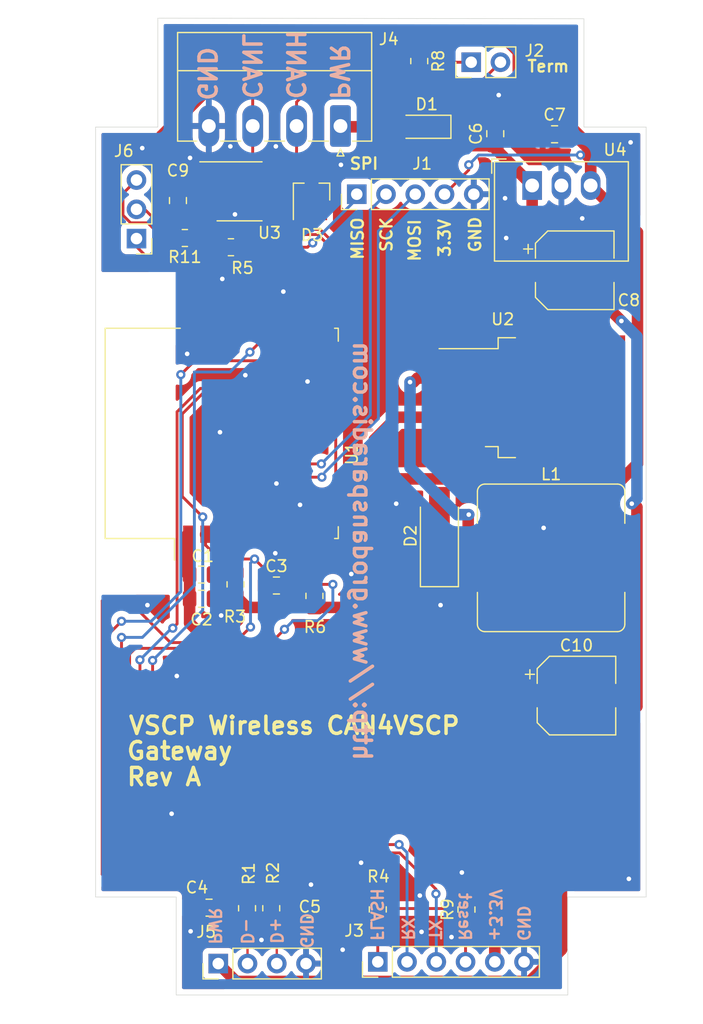
<source format=kicad_pcb>
(kicad_pcb (version 20211014) (generator pcbnew)
  (layers (0 "F.Cu" signal) (31 "B.Cu" signal) (34 "B.Paste" user) (35 "F.Paste" user) (36 "B.SilkS" user "B.Silkscreen") (37 "F.SilkS" user "F.Silkscreen") (38 "B.Mask" user) (39 "F.Mask" user) (44 "Edge.Cuts" user))
  (net 0 "")
  (net 1 "+3V3")
  (net 2 "GND")
  (net 3 "/reset")
  (net 4 "/USB D-")
  (net 5 "/USB D+")
  (net 6 "/ledb")
  (net 7 "/leda")
  (net 8 "Net-(J2-Pad1)")
  (net 9 "Net-(R1-Pad1)")
  (net 10 "Net-(R2-Pad1)")
  (net 11 "/txcan")
  (net 12 "/rxcan")
  (net 13 "/SCK")
  (net 14 "/MOSI")
  (net 15 "/MISO")
  (net 18 "+28V")
  (net 19 "/flash")
  (net 20 "/rx")
  (net 21 "/tx")
  (net 22 "Net-(J3-Pad4)")
  (net 23 "Net-(J4-Pad1)")
  (net 24 "Net-(L1-Pad1)")
  (net 25 "Net-(D3-Pad1)")
  (net 26 "Net-(D3-Pad2)")
  (net 27 "Net-(R11-Pad2)")
  (net 28 "Net-(J3-Pad1)")
  (net 29 "/io3")
  (net 30 "/io4")
  (net 31 "/io5")
  (footprint "Package_TO_SOT_SMD:SOT-23_Handsoldering" (layer "F.Cu") (at 138.45 81.05 90)
    (fp_text reference "D3")
    (fp_text value "NUP2105L" hide)
  )
  (footprint "Converter_DCDC:Converter_DCDC_RECOM_R-78B-2.0_THT" (layer "F.Cu") (at 157.6025 80.4925)
    (fp_text reference "U4")
    (fp_text value "R-78B3.3-1.0 (Recom)" hide)
  )
  (footprint "Resistor_SMD:R_0805_2012Metric" (layer "F.Cu") (at 127.45 85.05 180)
    (fp_text reference "R11")
    (fp_text value "470" hide)
  )
  (footprint "Capacitor_SMD:CP_Elec_6.3x9.9" (layer "F.Cu") (at 161.45 124.75)
    (fp_text reference "C10")
    (fp_text value "330uF/16V" hide)
  )
  (footprint "Resistor_SMD:R_0805_2012Metric_Pad1.20x1.40mm_HandSolder" (layer "F.Cu") (at 151.9 143.3125 90)
    (fp_text reference "R9")
    (fp_text value "470")
  )
  (footprint "Capacitor_SMD:CP_Elec_6.3x9.9" (layer "F.Cu") (at 161.3 87.85)
    (fp_text reference "C8")
    (fp_text value "100uF/50V" hide)
  )
  (footprint "Connector_PinHeader_2.54mm:PinHeader_1x03_P2.54mm_Vertical" (layer "F.Cu") (at 123.25 85.1 180)
    (fp_text reference "J6")
    (fp_text value "Conn_01x03" hide)
  )
  (footprint "Capacitor_SMD:C_0805_2012Metric_Pad1.18x1.45mm_HandSolder" (layer "F.Cu") (at 138.3 144.75)
    (fp_text reference "C5")
    (fp_text value "0.1uF" hide)
  )
  (footprint "Capacitor_SMD:C_0805_2012Metric_Pad1.18x1.45mm_HandSolder" (layer "F.Cu") (at 128.9 116.35)
    (fp_text reference "C2")
    (fp_text value "10uF" hide)
  )
  (footprint "Package_TO_SOT_SMD:TO-263-5_TabPin3" (layer "F.Cu") (at 157.6 98.9)
    (fp_text reference "U2")
    (fp_text value "LM2575-3.3BT" hide)
  )
  (footprint "Capacitor_SMD:C_0805_2012Metric_Pad1.18x1.45mm_HandSolder" (layer "F.Cu") (at 154.4 76 90)
    (fp_text reference "C6")
    (fp_text value "10uF" hide)
  )
  (footprint "Resistor_SMD:R_0805_2012Metric_Pad1.20x1.40mm_HandSolder" (layer "F.Cu") (at 132.85 143.2 -90)
    (fp_text reference "R1")
    (fp_text value "27R" hide)
  )
  (footprint "Capacitor_SMD:C_0805_2012Metric_Pad1.18x1.45mm_HandSolder" (layer "F.Cu") (at 135.4 115.2)
    (fp_text reference "C3")
    (fp_text value "1uF" hide)
  )
  (footprint "Connector_PinHeader_2.54mm:PinHeader_1x02_P2.54mm_Vertical" (layer "F.Cu") (at 152.31 69.8 90)
    (fp_text reference "J2")
    (fp_text value "Conn_01x02" hide)
  )
  (footprint "Resistor_SMD:R_0805_2012Metric_Pad1.20x1.40mm_HandSolder" (layer "F.Cu") (at 131.85 115.1 90)
    (fp_text reference "R3")
    (fp_text value "10K" hide)
  )
  (footprint "Connector_PinHeader_2.54mm:PinHeader_1x06_P2.54mm_Vertical" (layer "F.Cu") (at 144.2 147.85 90)
    (fp_text reference "J3")
    (fp_text value "Conn_01x06" hide)
  )
  (footprint "Capacitor_SMD:C_0805_2012Metric_Pad1.18x1.45mm_HandSolder" (layer "F.Cu") (at 159.55 76.05 180)
    (fp_text reference "C7")
    (fp_text value "1uF" hide)
  )
  (footprint "RF_Module:ESP-WROOM-02" (layer "F.Cu") (at 133.75 102 90)
    (fp_text reference "U1")
    (fp_text value "ESP32-C3-WROOM-02-N4" hide)
  )
  (footprint "Capacitor_SMD:C_0805_2012Metric_Pad1.18x1.45mm_HandSolder" (layer "F.Cu") (at 128.9 114.25)
    (fp_text reference "C1")
    (fp_text value "0.1uF" hide)
  )
  (footprint "Resistor_SMD:R_0805_2012Metric_Pad1.20x1.40mm_HandSolder" (layer "F.Cu") (at 131.45 85.85)
    (fp_text reference "R5")
    (fp_text value "10K" hide)
  )
  (footprint "Resistor_SMD:R_0805_2012Metric_Pad1.20x1.40mm_HandSolder" (layer "F.Cu") (at 144.2 143.3 90)
    (fp_text reference "R4")
    (fp_text value "470" hide)
  )
  (footprint "Package_SO:SOIC-8_3.9x4.9mm_P1.27mm" (layer "F.Cu") (at 132.2 81)
    (fp_text reference "U3")
    (fp_text value "SN65HVD232" hide)
  )
  (footprint "Diode_SMD:D_SMA_Handsoldering" (layer "F.Cu") (at 149.55 110.9 90)
    (fp_text reference "D2")
    (fp_text value "1N5822" hide)
  )
  (footprint "Connector_PinHeader_2.54mm:PinHeader_1x04_P2.54mm_Vertical" (layer "F.Cu") (at 130.35 148 90)
    (fp_text reference "J5")
    (fp_text value "Conn_01x04" hide)
  )
  (footprint "Resistor_SMD:R_0805_2012Metric_Pad1.20x1.40mm_HandSolder" (layer "F.Cu") (at 147.8 69.7 -90)
    (fp_text reference "R8")
    (fp_text value "120R" hide)
  )
  (footprint "Inductor_SMD:L_Bourns_SRR1260" (layer "F.Cu") (at 159.25 112.8)
    (fp_text reference "L1")
    (fp_text value "SRR1240-331K" hide)
  )
  (footprint "Connector_Phoenix_MC:PhoenixContact_MC_1,5_4-G-3.81_1x04_P3.81mm_Horizontal" (layer "F.Cu") (at 140.96 75.3325 180)
    (fp_text reference "J4")
    (fp_text value "Conn_01x04" hide)
  )
  (footprint "Connector_PinHeader_2.54mm:PinHeader_1x05_P2.54mm_Vertical" (layer "F.Cu") (at 142.375 81.25 90)
    (fp_text reference "J1")
    (fp_text value "Conn_01x05" hide)
  )
  (footprint "Resistor_SMD:R_0805_2012Metric_Pad1.20x1.40mm_HandSolder" (layer "F.Cu") (at 138.7 116.1 90)
    (fp_text reference "R6")
    (fp_text value "10K" hide)
  )
  (footprint "Capacitor_SMD:C_0805_2012Metric_Pad1.18x1.45mm_HandSolder" (layer "F.Cu") (at 126.85 81.8 90)
    (fp_text reference "C9")
    (fp_text value "100nF" hide)
  )
  (footprint "Resistor_SMD:R_0805_2012Metric_Pad1.20x1.40mm_HandSolder" (layer "F.Cu") (at 134.95 143.2 -90)
    (fp_text reference "R2")
    (fp_text value "27R" hide)
  )
  (footprint "Capacitor_SMD:C_0805_2012Metric_Pad1.18x1.45mm_HandSolder" (layer "F.Cu") (at 129.55 143.15 180)
    (fp_text reference "C4")
    (fp_text value "0.1uF" hide)
  )
  (footprint "Diode_SMD:D_SOD-123" (layer "F.Cu") (at 148.3 75.4 180)
    (fp_text reference "D1")
    (fp_text value "1N5819" hide)
  )
  (gr_line (start 125.1 75.425) (end 125.1 65.975) (layer "Edge.Cuts") (width 0.05))
  (gr_line (start 160.7 142.225) (end 160.7 150.725) (layer "Edge.Cuts") (width 0.05))
  (gr_line (start 167.5 75.425) (end 167.5 142.225) (layer "Edge.Cuts") (width 0.05))
  (gr_line (start 125.1 65.975) (end 162.1 66.025) (layer "Edge.Cuts") (width 0.05))
  (gr_line (start 167.5 142.225) (end 160.7 142.225) (layer "Edge.Cuts") (width 0.05))
  (gr_line (start 119.7 75.425) (end 119.7 142.225) (layer "Edge.Cuts") (width 0.05))
  (gr_line (start 125.1 75.425) (end 119.7 75.425) (layer "Edge.Cuts") (width 0.05))
  (gr_line (start 126.7 142.225) (end 126.7 150.725) (layer "Edge.Cuts") (width 0.05))
  (gr_line (start 160.7 150.725) (end 126.7 150.725) (layer "Edge.Cuts") (width 0.05))
  (gr_line (start 119.7 142.225) (end 126.7 142.225) (layer "Edge.Cuts") (width 0.05))
  (gr_line (start 162.1 75.425) (end 162.1 66.025) (layer "Edge.Cuts") (width 0.05))
  (gr_line (start 162.1 75.425) (end 167.5 75.425) (layer "Edge.Cuts") (width 0.05))
  (gr_text "PWR" (at 140.85 70.65 270) (layer "B.SilkS") (effects (font (size 1.5 1.5) (thickness 0.3)) (justify mirror)))
  (gr_text "CANL" (at 133.25 70.15 270) (layer "B.SilkS") (effects (font (size 1.5 1.5) (thickness 0.3)) (justify mirror)))
  (gr_text "FLASH" (at 144.1 143.75 270) (layer "B.SilkS") (effects (font (size 1 1) (thickness 0.2)) (justify mirror)))
  (gr_text "D+" (at 135.4 145.15 270) (layer "B.SilkS") (effects (font (size 1 1) (thickness 0.2)) (justify mirror)))
  (gr_text "GND" (at 138 145.15 270) (layer "B.SilkS") (effects (font (size 1 1) (thickness 0.2)) (justify mirror)))
  (gr_text "+3.3V" (at 154.4 143.8 270) (layer "B.SilkS") (effects (font (size 1 1) (thickness 0.2)) (justify mirror)))
  (gr_text "TX" (at 149.15 145.05 270) (layer "B.SilkS") (effects (font (size 1 1) (thickness 0.2)) (justify mirror)))
  (gr_text "GND" (at 129.35 70.8 270) (layer "B.SilkS") (effects (font (size 1.5 1.5) (thickness 0.3)) (justify mirror)))
  (gr_text "Reset" (at 151.75 143.95 270) (layer "B.SilkS") (effects (font (size 1 1) (thickness 0.2)) (justify mirror)))
  (gr_text "http://www.grodansparadis.com" (at 142.85 112.2 270) (layer "B.SilkS") (effects (font (size 1.5 1.5) (thickness 0.3)) (justify mirror)))
  (gr_text "CANH" (at 137.05 70 270) (layer "B.SilkS") (effects (font (size 1.5 1.5) (thickness 0.3)) (justify mirror)))
  (gr_text "GND" (at 156.85 144.5 270) (layer "B.SilkS") (effects (font (size 1 1) (thickness 0.2)) (justify mirror)))
  (gr_text "PWR" (at 130.05 144.75 270) (layer "B.SilkS") (effects (font (size 1 1) (thickness 0.2)) (justify mirror)))
  (gr_text "D-" (at 132.85 145.2 270) (layer "B.SilkS") (effects (font (size 1 1) (thickness 0.2)) (justify mirror)))
  (gr_text "RX" (at 146.8 145 270) (layer "B.SilkS") (effects (font (size 1 1) (thickness 0.2)) (justify mirror)))
  (gr_text "Gateway" (at 127 129.55) (layer "F.SilkS") (effects (font (size 1.5 1.5) (thickness 0.3))))
  (gr_text "MISO" (at 142.45 85.1 90) (layer "F.SilkS") (effects (font (size 1 1) (thickness 0.2))))
  (gr_text "GND" (at 152.65 84.75 90) (layer "F.SilkS") (effects (font (size 1 1) (thickness 0.2))))
  (gr_text "SCK" (at 144.95 84.75 90) (layer "F.SilkS") (effects (font (size 1 1) (thickness 0.2))))
  (gr_text "SPI" (at 143 78.6) (layer "F.SilkS") (effects (font (size 1 1) (thickness 0.2))))
  (gr_text "3.3V" (at 150 85.05 90) (layer "F.SilkS") (effects (font (size 1 1) (thickness 0.2))))
  (gr_text "VSCP Wireless CAN4VSCP" (at 136.95 127.35) (layer "F.SilkS") (effects (font (size 1.5 1.5) (thickness 0.3))))
  (gr_text "Rev A" (at 125.65 131.8) (layer "F.SilkS") (effects (font (size 1.5 1.5) (thickness 0.3))))
  (gr_text "Term" (at 159 70.15) (layer "F.SilkS") (effects (font (size 1 1) (thickness 0.2))))
  (gr_text "MOSI" (at 147.4 85.25 90) (layer "F.SilkS") (effects (font (size 1 1) (thickness 0.2))))
  (segment (start 127.8625 114.25) (end 127.8625 116.35) (width 1) (layer "F.Cu") (net 1))
  (segment (start 134.19952 67.40048) (end 125.42548 76.17452) (width 1) (layer "F.Cu") (net 1))
  (segment (start 151.825 100.6) (end 145.85 100.6) (width 1) (layer "F.Cu") (net 1))
  (segment (start 166.75 84.56) (end 166.75 104.624022) (width 1) (layer "F.Cu") (net 1))
  (segment (start 162.6825 77.1325) (end 156.399511 70.849511) (width 1) (layer "F.Cu") (net 1))
  (segment (start 127.6625 114.2) (end 127.6625 110.8375) (width 1) (layer "F.Cu") (net 1))
  (segment (start 127.6625 110.8375) (end 127.75 110.75) (width 1) (layer "F.Cu") (net 1))
  (segment (start 162.6825 77.4825) (end 162.6825 80.4925) (width 1) (layer "F.Cu") (net 1))
  (segment (start 127.75 110.75) (end 127.7 110.75) (width 1) (layer "F.Cu") (net 1))
  (segment (start 158.65 124.75) (end 154.36 129.04) (width 1) (layer "F.Cu") (net 1))
  (segment (start 128.0525 81.635) (end 129.725 81.635) (width 0.25) (layer "F.Cu") (net 1))
  (segment (start 145.85 100.6) (end 143.899511 102.550489) (width 1) (layer "F.Cu") (net 1))
  (segment (start 156.399511 68.899511) (end 154.90048 67.40048) (width 1) (layer "F.Cu") (net 1))
  (segment (start 125.42548 76.17452) (end 125.42548 81.493304) (width 1) (layer "F.Cu") (net 1))
  (segment (start 154.90048 67.40048) (end 134.19952 67.40048) (width 1) (layer "F.Cu") (net 1))
  (segment (start 127.8625 116.35) (end 127.8625 118.4625) (width 1) (layer "F.Cu") (net 1))
  (segment (start 149.995 81.25) (end 152.1 79.145) (width 0.25) (layer "F.Cu") (net 1))
  (segment (start 162.6825 80.4925) (end 162.6825 77.1325) (width 1) (layer "F.Cu") (net 1))
  (segment (start 156.399511 70.849511) (end 156.399511 68.899511) (width 1) (layer "F.Cu") (net 1))
  (segment (start 126.85 82.8375) (end 126.85 83.625) (width 0.25) (layer "F.Cu") (net 1))
  (segment (start 132.05 118.2) (end 131.2 119.05) (width 1) (layer "F.Cu") (net 1))
  (segment (start 161.25 76.05) (end 162.6825 77.4825) (width 1) (layer "F.Cu") (net 1))
  (segment (start 165.423533 105.950489) (end 143.899511 105.950489) (width 1) (layer "F.Cu") (net 1))
  (segment (start 129.8 85.2) (end 130.45 85.85) (width 0.25) (layer "F.Cu") (net 1))
  (segment (start 164.1 112.8) (end 158.65 118.25) (width 1) (layer "F.Cu") (net 1))
  (segment (start 126.769676 82.8375) (end 126.85 82.8375) (width 1) (layer "F.Cu") (net 1))
  (segment (start 131.85 117.55) (end 132.05 117.75) (width 1) (layer "F.Cu") (net 1))
  (segment (start 166.75 104.624022) (end 165.423533 105.950489) (width 1) (layer "F.Cu") (net 1))
  (segment (start 126.85 82.8375) (end 128.0525 81.635) (width 0.25) (layer "F.Cu") (net 1))
  (segment (start 132.05 117.75) (end 132.05 118.2) (width 1) (layer "F.Cu") (net 1))
  (segment (start 126.85 83.625) (end 128.425 85.2) (width 0.25) (layer "F.Cu") (net 1))
  (segment (start 138.7 117.1) (end 142.05 117.1) (width 1) (layer "F.Cu") (net 1))
  (segment (start 128.45 119.05) (end 127.8625 118.4625) (width 1) (layer "F.Cu") (net 1))
  (segment (start 154.36 129.04) (end 154.36 147.85) (width 1) (layer "F.Cu") (net 1))
  (segment (start 142.05 117.1) (end 143.899511 115.250489) (width 1) (layer "F.Cu") (net 1))
  (segment (start 152.1 79.145) (end 152.1 78.7) (width 0.25) (layer "F.Cu") (net 1))
  (segment (start 158.65 118.25) (end 158.65 124.75) (width 1) (layer "F.Cu") (net 1))
  (segment (start 132.85 117.1) (end 131.85 116.1) (width 1) (layer "F.Cu") (net 1))
  (segment (start 131.85 116.1) (end 131.85 117.55) (width 1) (layer "F.Cu") (net 1))
  (segment (start 162.6825 78.7325) (end 162.6825 80.4925) (width 0.25) (layer "F.Cu") (net 1))
  (segment (start 138.7 117.1) (end 132.85 117.1) (width 1) (layer "F.Cu") (net 1))
  (segment (start 162.6825 80.4925) (end 166.75 84.56) (width 1) (layer "F.Cu") (net 1))
  (segment (start 143.899511 102.550489) (end 143.899511 105.950489) (width 1) (layer "F.Cu") (net 1))
  (segment (start 164.1 112.8) (end 164.1 107.274022) (width 1) (layer "F.Cu") (net 1))
  (segment (start 143.899511 115.250489) (end 143.899511 105.950489) (width 1) (layer "F.Cu") (net 1))
  (segment (start 128.425 85.2) (end 129.8 85.2) (width 0.25) (layer "F.Cu") (net 1))
  (segment (start 125.42548 81.493304) (end 126.769676 82.8375) (width 1) (layer "F.Cu") (net 1))
  (segment (start 164.1 107.274022) (end 165.423533 105.950489) (width 1) (layer "F.Cu") (net 1))
  (segment (start 131.2 119.05) (end 128.45 119.05) (width 1) (layer "F.Cu") (net 1))
  (segment (start 160.5875 76.05) (end 161.25 76.05) (width 1) (layer "F.Cu") (net 1))
  (segment (start 161.8 77.85) (end 162.6825 78.7325) (width 0.25) (layer "F.Cu") (net 1))
  (via (at 161.8 77.85) (size 0.8) (drill 0.4) (layers "F.Cu" "B.Cu") (net 1))
  (via (at 152.1 78.7) (size 0.8) (drill 0.4) (layers "F.Cu" "B.Cu") (net 1))
  (segment (start 152.1 78.7) (end 152.95 77.85) (width 0.25) (layer "B.Cu") (net 1))
  (segment (start 152.95 77.85) (end 161.8 77.85) (width 0.25) (layer "B.Cu") (net 1))
  (segment (start 129.9375 117.1375) (end 130.6 117.8) (width 0.25) (layer "F.Cu") (net 2))
  (segment (start 129.9375 116.35) (end 129.9375 117.1375) (width 0.25) (layer "F.Cu") (net 2))
  (segment (start 129.3275 80.7625) (end 129.725 80.365) (width 0.25) (layer "F.Cu") (net 2))
  (segment (start 129.9375 116.35) (end 129.9375 114.25) (width 0.25) (layer "F.Cu") (net 2))
  (segment (start 126.85 80.7625) (end 129.3275 80.7625) (width 0.25) (layer "F.Cu") (net 2))
  (via (at 135.4 106.35) (size 0.8) (drill 0.4) (layers "F.Cu" "B.Cu") (net 2))
  (via (at 138.4 141.15) (size 0.8) (drill 0.4) (layers "F.Cu" "B.Cu") (net 2))
  (via (at 130.7 88.6) (size 0.8) (drill 0.4) (layers "F.Cu" "B.Cu") (net 2))
  (via (at 151.5 140.1) (size 0.8) (drill 0.4) (layers "F.Cu" "B.Cu") (net 2))
  (via (at 148 145.25) (size 0.8) (drill 0.4) (layers "F.Cu" "B.Cu") (net 2))
  (via (at 142.75 139.25) (size 0.8) (drill 0.4) (layers "F.Cu" "B.Cu") (net 2))
  (via (at 141.9 114.2) (size 0.8) (drill 0.4) (layers "F.Cu" "B.Cu") (net 2))
  (via (at 137.45 108.2) (size 0.8) (drill 0.4) (layers "F.Cu" "B.Cu") (net 2))
  (via (at 130.5 101.9) (size 0.8) (drill 0.4) (layers "F.Cu" "B.Cu") (net 2))
  (via (at 131.8 83) (size 0.8) (drill 0.4) (layers "F.Cu" "B.Cu") (net 2))
  (via (at 147.85 142.1) (size 0.8) (drill 0.4) (layers "F.Cu" "B.Cu") (net 2))
  (via (at 126.3 135) (size 0.8) (drill 0.4) (layers "F.Cu" "B.Cu") (net 2))
  (via (at 138.1 97.5) (size 0.8) (drill 0.4) (layers "F.Cu" "B.Cu") (net 2))
  (via (at 145.8 108.1) (size 0.8) (drill 0.4) (layers "F.Cu" "B.Cu") (net 2))
  (via (at 149.65 116.9) (size 0.8) (drill 0.4) (layers "F.Cu" "B.Cu") (net 2))
  (via (at 132.7 96.95) (size 0.8) (drill 0.4) (layers "F.Cu" "B.Cu") (net 2))
  (via (at 134.1 145.95) (size 0.8) (drill 0.4) (layers "F.Cu" "B.Cu") (net 2))
  (via (at 135.3 112.4) (size 0.8) (drill 0.4) (layers "F.Cu" "B.Cu") (net 2))
  (via (at 127.95 145.2) (size 0.8) (drill 0.4) (layers "F.Cu" "B.Cu") (net 2))
  (via (at 154.7 72.65) (size 0.8) (drill 0.4) (layers "F.Cu" "B.Cu") (net 2))
  (via (at 124.2 116.9) (size 0.8) (drill 0.4) (layers "F.Cu" "B.Cu") (net 2))
  (via (at 166.15 76.75) (size 0.8) (drill 0.4) (layers "F.Cu" "B.Cu") (net 2))
  (via (at 135.35 77.1) (size 0.8) (drill 0.4) (layers "F.Cu" "B.Cu") (net 2))
  (via (at 166 140.65) (size 0.8) (drill 0.4) (layers "F.Cu" "B.Cu") (net 2))
  (via (at 131.4 77.1) (size 0.8) (drill 0.4) (layers "F.Cu" "B.Cu") (net 2))
  (via (at 161.95 83.35) (size 0.8) (drill 0.4) (layers "F.Cu" "B.Cu") (net 2))
  (via (at 126.75 123.05) (size 0.8) (drill 0.4) (layers "F.Cu" "B.Cu") (net 2))
  (via (at 141 78.7) (size 0.8) (drill 0.4) (layers "F.Cu" "B.Cu") (net 2))
  (via (at 155.35 85.05) (size 0.8) (drill 0.4) (layers "F.Cu" "B.Cu") (net 2))
  (via (at 127.9 78.1) (size 0.8) (drill 0.4) (layers "F.Cu" "B.Cu") (net 2))
  (via (at 158.6 110.2) (size 0.8) (drill 0.4) (layers "F.Cu" "B.Cu") (net 2))
  (via (at 123.75 77.25) (size 0.8) (drill 0.4) (layers "F.Cu" "B.Cu") (net 2))
  (via (at 136 89.7) (size 0.8) (drill 0.4) (layers "F.Cu" "B.Cu") (net 2))
  (via (at 130.6 117.8) (size 0.8) (drill 0.4) (layers "F.Cu" "B.Cu") (net 2))
  (via (at 127.65 95.1) (size 0.8) (drill 0.4) (layers "F.Cu" "B.Cu") (net 2))
  (via (at 141.15 146.8) (size 0.8) (drill 0.4) (layers "F.Cu" "B.Cu") (net 2))
  (via (at 155.25 81.6) (size 0.8) (drill 0.4) (layers "F.Cu" "B.Cu") (net 2))
  (via (at 150.6 145.7) (size 0.8) (drill 0.4) (layers "F.Cu" "B.Cu") (net 2))
  (segment (start 129.25 111.7) (end 129.25 110.8) (width 0.25) (layer "F.Cu") (net 3))
  (segment (start 134.3625 113.7625) (end 134.3625 115.2) (width 0.25) (layer "F.Cu") (net 3))
  (segment (start 131.49952 142.437027) (end 131.49952 142.462013) (width 0.25) (layer "F.Cu") (net 3))
  (segment (start 122.57502 116.52502) (end 126.2 120.15) (width 0.25) (layer "F.Cu") (net 3))
  (segment (start 133.5 112.9) (end 134.3625 113.7625) (width 0.25) (layer "F.Cu") (net 3))
  (segment (start 131.05 113.5) (end 131.85 113.5) (width 0.25) (layer "F.Cu") (net 3))
  (segment (start 132.25 112.9) (end 131.85 113.3) (width 0.25) (layer "F.Cu") (net 3))
  (segment (start 131.49952 142.462013) (end 132.312987 143.27548) (width 0.25) (layer "F.Cu") (net 3))
  (segment (start 129.762013 140.69952) (end 120.713803 140.69952) (width 0.25) (layer "F.Cu") (net 3))
  (segment (start 120.27498 116.52502) (end 122.57502 116.52502) (width 0.25) (layer "F.Cu") (net 3))
  (segment (start 131.85 113.5) (end 131.85 114.1) (width 0.25) (layer "F.Cu") (net 3))
  (segment (start 129.25 110.75) (end 129.25 110.8) (width 1) (layer "F.Cu") (net 3))
  (segment (start 151.9 142.3125) (end 150.98798 143.22452) (width 0.25) (layer "F.Cu") (net 3))
  (segment (start 133.5 112.9) (end 132.25 112.9) (width 0.25) (layer "F.Cu") (net 3))
  (segment (start 136.462973 143.05048) (end 136.237973 143.27548) (width 0.25) (layer "F.Cu") (net 3))
  (segment (start 150.98798 143.22452) (end 142.47548 143.22452) (width 0.25) (layer "F.Cu") (net 3))
  (segment (start 131.05 113.5) (end 129.25 111.7) (width 0.25) (layer "F.Cu") (net 3))
  (segment (start 126.2 120.15) (end 131.8 120.15) (width 0.25) (layer "F.Cu") (net 3))
  (segment (start 142.30144 143.05048) (end 136.462973 143.05048) (width 0.25) (layer "F.Cu") (net 3))
  (segment (start 132.312987 143.27548) (end 136.237973 143.27548) (width 0.25) (layer "F.Cu") (net 3))
  (segment (start 142.47548 143.22452) (end 142.30144 143.05048) (width 0.25) (layer "F.Cu") (net 3))
  (segment (start 120.713803 140.69952) (end 120.27498 140.260697) (width 0.25) (layer "F.Cu") (net 3))
  (segment (start 120.27498 140.260697) (end 120.27498 116.52502) (width 0.25) (layer "F.Cu") (net 3))
  (segment (start 131.85 113.3) (end 131.85 113.5) (width 0.25) (layer "F.Cu") (net 3))
  (segment (start 131.49952 142.437027) (end 129.762013 140.69952) (width 0.25) (layer "F.Cu") (net 3))
  (segment (start 131.8 120.15) (end 133.15 118.8) (width 0.25) (layer "F.Cu") (net 3))
  (via (at 133.5 112.9) (size 0.8) (drill 0.4) (layers "F.Cu" "B.Cu") (net 3))
  (via (at 133.15 118.8) (size 0.8) (drill 0.4) (layers "F.Cu" "B.Cu") (net 3))
  (segment (start 133.15 113.25) (end 133.5 112.9) (width 0.25) (layer "B.Cu") (net 3))
  (segment (start 133.15 118.8) (end 133.15 113.25) (width 0.25) (layer "B.Cu") (net 3))
  (segment (start 130.5875 143.3875) (end 131.4 144.2) (width 0.2) (layer "F.Cu") (net 4))
  (segment (start 132.85 144.2) (end 132.89 144.24) (width 0.2) (layer "F.Cu") (net 4))
  (segment (start 130.5875 143.15) (end 130.5875 143.3875) (width 0.2) (layer "F.Cu") (net 4))
  (segment (start 131.4 144.2) (end 132.85 144.2) (width 0.2) (layer "F.Cu") (net 4))
  (segment (start 132.89 144.24) (end 132.89 148) (width 0.2) (layer "F.Cu") (net 4))
  (segment (start 134.95 144.2) (end 134.95 145) (width 0.2) (layer "F.Cu") (net 5))
  (segment (start 135.43 145.48) (end 135.43 148) (width 0.2) (layer "F.Cu") (net 5))
  (segment (start 134.95 145) (end 135.43 145.48) (width 0.2) (layer "F.Cu") (net 5))
  (segment (start 135.5 144.75) (end 134.95 144.2) (width 0.2) (layer "F.Cu") (net 5))
  (segment (start 137.2625 144.75) (end 135.5 144.75) (width 0.2) (layer "F.Cu") (net 5))
  (segment (start 122.075489 83.075489) (end 122.075489 81.194511) (width 0.25) (layer "F.Cu") (net 6))
  (segment (start 122.075489 81.194511) (end 123.25 80.02) (width 0.25) (layer "F.Cu") (net 6))
  (segment (start 125.25 86.3) (end 125.25 84.750978) (width 0.25) (layer "F.Cu") (net 6))
  (segment (start 129.25 93.25) (end 129.249999 87.801782) (width 0.25) (layer "F.Cu") (net 6))
  (segment (start 125.25 84.750978) (end 124.233533 83.734511) (width 0.25) (layer "F.Cu") (net 6))
  (segment (start 122.734511 83.734511) (end 122.075489 83.075489) (width 0.25) (layer "F.Cu") (net 6))
  (segment (start 129.249999 87.801782) (end 127.748217 86.3) (width 0.25) (layer "F.Cu") (net 6))
  (segment (start 127.748217 86.3) (end 125.25 86.3) (width 0.25) (layer "F.Cu") (net 6))
  (segment (start 124.233533 83.734511) (end 122.734511 83.734511) (width 0.25) (layer "F.Cu") (net 6))
  (segment (start 124.85 87.4) (end 127.05 87.4) (width 0.25) (layer "F.Cu") (net 7))
  (segment (start 123.25 85.8) (end 124.85 87.4) (width 0.25) (layer "F.Cu") (net 7))
  (segment (start 123.25 85.1) (end 123.25 85.8) (width 0.25) (layer "F.Cu") (net 7))
  (segment (start 127.05 87.4) (end 127.75 88.1) (width 0.25) (layer "F.Cu") (net 7))
  (segment (start 127.75 88.1) (end 127.75 93.25) (width 0.25) (layer "F.Cu") (net 7))
  (segment (start 148.9 69.8) (end 147.8 68.7) (width 0.25) (layer "F.Cu") (net 8))
  (segment (start 152.31 69.8) (end 148.9 69.8) (width 0.25) (layer "F.Cu") (net 8))
  (segment (start 135.25 94.55) (end 135.25 93.25) (width 0.25) (layer "F.Cu") (net 9))
  (segment (start 120.9 119.35) (end 120.9 139.4) (width 0.25) (layer "F.Cu") (net 9))
  (segment (start 121.95 118.3) (end 120.9 119.35) (width 0.25) (layer "F.Cu") (net 9))
  (segment (start 127.1 96.9) (end 128.3 95.7) (width 0.25) (layer "F.Cu") (net 9))
  (segment (start 120.9 140.25) (end 130.9 140.25) (width 0.25) (layer "F.Cu") (net 9))
  (segment (start 134.1 95.7) (end 135.25 94.55) (width 0.25) (layer "F.Cu") (net 9))
  (segment (start 120.9 139.4) (end 120.9 140.25) (width 0.25) (layer "F.Cu") (net 9))
  (segment (start 128.3 95.7) (end 134.1 95.7) (width 0.25) (layer "F.Cu") (net 9))
  (segment (start 130.9 140.25) (end 132.85 142.2) (width 0.25) (layer "F.Cu") (net 9))
  (via (at 121.95 118.3) (size 0.8) (drill 0.4) (layers "F.Cu" "B.Cu") (net 9))
  (via (at 127.1 96.9) (size 0.8) (drill 0.4) (layers "F.Cu" "B.Cu") (net 9))
  (segment (start 121.95 118.3) (end 124.526804 118.3) (width 0.25) (layer "B.Cu") (net 9))
  (segment (start 127.1 115.726804) (end 127.1 96.9) (width 0.25) (layer "B.Cu") (net 9))
  (segment (start 124.526804 118.3) (end 127.1 115.726804) (width 0.25) (layer "B.Cu") (net 9))
  (segment (start 131.39952 139.80048) (end 122.40048 139.80048) (width 0.25) (layer "F.Cu") (net 10))
  (segment (start 122.40048 139.80048) (end 121.95 139.35) (width 0.25) (layer "F.Cu") (net 10))
  (segment (start 134.35 140.45) (end 134.95 141.05) (width 0.25) (layer "F.Cu") (net 10))
  (segment (start 131.39952 139.80048) (end 132.04904 140.45) (width 0.25) (layer "F.Cu") (net 10))
  (segment (start 132.04904 140.45) (end 134.35 140.45) (width 0.25) (layer "F.Cu") (net 10))
  (segment (start 134.95 141.05) (end 134.95 142.2) (width 0.25) (layer "F.Cu") (net 10))
  (segment (start 121.95 139.35) (end 121.95 119.7) (width 0.25) (layer "F.Cu") (net 10))
  (segment (start 133.75 93.25) (end 133.75 94.3) (width 0.25) (layer "F.Cu") (net 10))
  (segment (start 133.75 94.3) (end 133.1 94.95) (width 0.25) (layer "F.Cu") (net 10))
  (via (at 121.95 119.7) (size 0.8) (drill 0.4) (layers "F.Cu" "B.Cu") (net 10))
  (via (at 133.1 94.95) (size 0.8) (drill 0.4) (layers "F.Cu" "B.Cu") (net 10))
  (segment (start 128.275489 96.674511) (end 128.275489 114.775489) (width 0.25) (layer "B.Cu") (net 10))
  (segment (start 128.275489 114.775489) (end 128.275489 115.187032) (width 0.25) (layer "B.Cu") (net 10))
  (segment (start 128.275489 115.187032) (end 123.762521 119.7) (width 0.25) (layer "B.Cu") (net 10))
  (segment (start 131.375489 96.674511) (end 128.275489 96.674511) (width 0.25) (layer "B.Cu") (net 10))
  (segment (start 123.762521 119.7) (end 121.95 119.7) (width 0.25) (layer "B.Cu") (net 10))
  (segment (start 133.1 94.95) (end 131.375489 96.674511) (width 0.25) (layer "B.Cu") (net 10))
  (segment (start 131.745 79.095) (end 131.745 81.621072) (width 0.25) (layer "F.Cu") (net 11))
  (segment (start 139.186198 84.30048) (end 140.55 85.664282) (width 0.25) (layer "F.Cu") (net 11))
  (segment (start 131.745 81.621072) (end 134.424408 84.30048) (width 0.25) (layer "F.Cu") (net 11))
  (segment (start 134.424408 84.30048) (end 139.186198 84.30048) (width 0.25) (layer "F.Cu") (net 11))
  (segment (start 138.25 110.3) (end 138.25 110.75) (width 0.25) (layer "F.Cu") (net 11))
  (segment (start 129.725 79.095) (end 131.745 79.095) (width 0.25) (layer "F.Cu") (net 11))
  (segment (start 140.55 108) (end 138.25 110.3) (width 0.25) (layer "F.Cu") (net 11))
  (segment (start 140.55 85.664282) (end 140.55 108) (width 0.25) (layer "F.Cu") (net 11))
  (segment (start 129.725 82.905) (end 131.57 84.75) (width 0.25) (layer "F.Cu") (net 12))
  (segment (start 139.75 85.5) (end 139.75 93.25) (width 0.25) (layer "F.Cu") (net 12))
  (segment (start 131.57 84.75) (end 139 84.75) (width 0.25) (layer "F.Cu") (net 12))
  (segment (start 139 84.75) (end 139.75 85.5) (width 0.25) (layer "F.Cu") (net 12))
  (segment (start 135.7 104.65) (end 139.3 104.65) (width 0.25) (layer "F.Cu") (net 13))
  (segment (start 133.75 106.6) (end 135.7 104.65) (width 0.25) (layer "F.Cu") (net 13))
  (segment (start 133.75 110.75) (end 133.75 106.6) (width 0.25) (layer "F.Cu") (net 13))
  (via (at 139.3 104.65) (size 0.8) (drill 0.4) (layers "F.Cu" "B.Cu") (net 13))
  (segment (start 143.549511 100.400489) (end 143.549511 82.615489) (width 0.25) (layer "B.Cu") (net 13))
  (segment (start 139.3 104.65) (end 143.549511 100.400489) (width 0.25) (layer "B.Cu") (net 13))
  (segment (start 143.549511 82.615489) (end 144.915 81.25) (width 0.25) (layer "B.Cu") (net 13))
  (segment (start 135.25 110.75) (end 135.25 107.8) (width 0.25) (layer "F.Cu") (net 14))
  (segment (start 135.25 107.8) (end 137.25 105.8) (width 0.25) (layer "F.Cu") (net 14))
  (segment (start 137.25 105.8) (end 139.35 105.8) (width 0.25) (layer "F.Cu") (net 14))
  (via (at 139.35 105.8) (size 0.8) (drill 0.4) (layers "F.Cu" "B.Cu") (net 14))
  (segment (start 144.25 84.455) (end 147.455 81.25) (width 0.25) (layer "B.Cu") (net 14))
  (segment (start 139.600103 105.374511) (end 144.25 100.724614) (width 0.25) (layer "B.Cu") (net 14))
  (segment (start 144.25 100.724614) (end 144.25 84.455) (width 0.25) (layer "B.Cu") (net 14))
  (segment (start 138.1 85.85) (end 138.4755 85.4745) (width 0.25) (layer "F.Cu") (net 15))
  (segment (start 132.45 88.6375) (end 132.45 85.85) (width 0.25) (layer "F.Cu") (net 15))
  (segment (start 138.4755 85.4745) (end 138.55 85.4745) (width 0.25) (layer "F.Cu") (net 15))
  (segment (start 130.75 90.3375) (end 130.75 93.25) (width 0.25) (layer "F.Cu") (net 15))
  (segment (start 132.45 85.85) (end 138.1 85.85) (width 0.25) (layer "F.Cu") (net 15))
  (segment (start 132.45 88.6375) (end 130.75 90.3375) (width 0.25) (layer "F.Cu") (net 15))
  (via (at 138.55 85.4745) (size 0.8) (drill 0.4) (layers "F.Cu" "B.Cu") (net 15))
  (segment (start 142.375 81.6495) (end 142.375 81.25) (width 0.25) (layer "B.Cu") (net 15))
  (segment (start 138.55 85.4745) (end 142.375 81.6495) (width 0.25) (layer "B.Cu") (net 15))
  (segment (start 157.39183 149.549511) (end 160.15 146.791341) (width 1) (layer "F.Cu") (net 18))
  (segment (start 157.6025 80.4925) (end 157.6025 86.9525) (width 1) (layer "F.Cu") (net 18))
  (segment (start 157.6025 86.9525) (end 158.5 87.85) (width 0.25) (layer "F.Cu") (net 18))
  (segment (start 155.9 90.45) (end 151.825 94.525) (width 1) (layer "F.Cu") (net 18))
  (segment (start 149.95 75.4) (end 149.95 75.6) (width 0.25) (layer "F.Cu") (net 18))
  (segment (start 151.825 94.525) (end 151.825 95.5) (width 1) (layer "F.Cu") (net 18))
  (segment (start 151.3875 77.0375) (end 154.4 77.0375) (width 1) (layer "F.Cu") (net 18))
  (segment (start 131.899511 149.549511) (end 157.39183 149.549511) (width 1) (layer "F.Cu") (net 18))
  (segment (start 160.15 132.242824) (end 166.7 125.692824) (width 1) (layer "F.Cu") (net 18))
  (segment (start 154.4 77.29) (end 157.6025 80.4925) (width 1) (layer "F.Cu") (net 18))
  (segment (start 149.95 75.6) (end 151.3875 77.0375) (width 1) (layer "F.Cu") (net 18))
  (segment (start 160.15 146.791341) (end 160.15 132.242824) (width 1) (layer "F.Cu") (net 18))
  (segment (start 130.35 148) (end 131.899511 149.549511) (width 1) (layer "F.Cu") (net 18))
  (segment (start 166.4 108.1) (end 166.25 108.1) (width 1) (layer "F.Cu") (net 18))
  (segment (start 163.55 90.45) (end 155.9 90.45) (width 1) (layer "F.Cu") (net 18))
  (segment (start 154.4 77.0375) (end 154.4 77.29) (width 0.25) (layer "F.Cu") (net 18))
  (segment (start 166.7 125.692824) (end 166.7 108.4) (width 1) (layer "F.Cu") (net 18))
  (segment (start 165.35 92.25) (end 163.55 90.45) (width 1) (layer "F.Cu") (net 18))
  (segment (start 166.7 108.4) (end 166.4 108.1) (width 1) (layer "F.Cu") (net 18))
  (segment (start 158.5 87.85) (end 155.9 90.45) (width 1) (layer "F.Cu") (net 18))
  (via (at 166.25 108.1) (size 0.8) (drill 0.4) (layers "F.Cu" "B.Cu") (net 18))
  (via (at 165.35 92.25) (size 0.8) (drill 0.4) (layers "F.Cu" "B.Cu") (net 18))
  (segment (start 166.25 108.1) (end 166.7 107.65) (width 1) (layer "B.Cu") (net 18))
  (segment (start 166.7 93.6) (end 165.35 92.25) (width 1) (layer "B.Cu") (net 18))
  (segment (start 166.7 107.65) (end 166.7 93.6) (width 1) (layer "B.Cu") (net 18))
  (segment (start 134.45 120.65) (end 123.15 120.65) (width 0.25) (layer "F.Cu") (net 19))
  (segment (start 140.3 115.1) (end 138.7 115.1) (width 0.25) (layer "F.Cu") (net 19))
  (segment (start 136.1 119) (end 134.45 120.65) (width 0.25) (layer "F.Cu") (net 19))
  (segment (start 122.65 121.15) (end 122.65 137.95) (width 0.25) (layer "F.Cu") (net 19))
  (segment (start 123.85 139.15) (end 141.05 139.15) (width 0.25) (layer "F.Cu") (net 19))
  (segment (start 136.75 113.15) (end 138.7 115.1) (width 0.25) (layer "F.Cu") (net 19))
  (segment (start 136.75 110.75) (end 136.75 113.15) (width 0.25) (layer "F.Cu") (net 19))
  (segment (start 122.65 137.95) (end 123.85 139.15) (width 0.25) (layer "F.Cu") (net 19))
  (segment (start 123.15 120.65) (end 122.65 121.15) (width 0.25) (layer "F.Cu") (net 19))
  (segment (start 141.05 139.15) (end 144.2 142.3) (width 0.25) (layer "F.Cu") (net 19))
  (via (at 136.1 119) (size 0.8) (drill 0.4) (layers "F.Cu" "B.Cu") (net 19))
  (via (at 140.3 115.1) (size 0.8) (drill 0.4) (layers "F.Cu" "B.Cu") (net 19))
  (segment (start 136.85 118.25) (end 136.1 119) (width 0.25) (layer "B.Cu") (net 19))
  (segment (start 140.3 116.95) (end 140.3 115.1) (width 0.25) (layer "B.Cu") (net 19))
  (segment (start 136.85 118.25) (end 139 118.25) (width 0.25) (layer "B.Cu") (net 19))
  (segment (start 139 118.25) (end 140.3 116.95) (width 0.25) (layer "B.Cu") (net 19))
  (segment (start 133.224511 98.575489) (end 128.999051 98.575489) (width 0.25) (layer "F.Cu") (net 20))
  (segment (start 124.65 137.2) (end 124.7 137.25) (width 0.25) (layer "F.Cu") (net 20))
  (segment (start 138.25 93.25) (end 138.25 93.55) (width 0.25) (layer "F.Cu") (net 20))
  (segment (start 127.22454 100.311178) (end 127.22454 107.47454) (width 0.25) (layer "F.Cu") (net 20))
  (segment (start 124.7 137.25) (end 125.1255 137.6755) (width 0.25) (layer "F.Cu") (net 20))
  (segment (start 128.960229 98.575489) (end 127.22454 100.311178) (width 0.25) (layer "F.Cu") (net 20))
  (segment (start 125.1255 137.6755) (end 146.05 137.6755) (width 0.25) (layer "F.Cu") (net 20))
  (segment (start 127.22454 107.47454) (end 129 109.25) (width 0.25) (layer "F.Cu") (net 20))
  (segment (start 124.65 121.7) (end 124.65 137.2) (width 0.25) (layer "F.Cu") (net 20))
  (segment (start 138.25 93.55) (end 133.224511 98.575489) (width 0.25) (layer "F.Cu") (net 20))
  (segment (start 128.999051 98.575489) (end 128.960229 98.575489) (width 0.25) (layer "F.Cu") (net 20))
  (via (at 124.65 121.7) (size 0.8) (drill 0.4) (layers "F.Cu" "B.Cu") (net 20))
  (via (at 146.05 137.6755) (size 0.8) (drill 0.4) (layers "F.Cu" "B.Cu") (net 20))
  (via (at 129 109.25) (size 0.8) (drill 0.4) (layers "F.Cu" "B.Cu") (net 20))
  (segment (start 129 117.35) (end 124.65 121.7) (width 0.25) (layer "B.Cu") (net 20))
  (segment (start 146.74 138.3655) (end 146.74 147.85) (width 0.25) (layer "B.Cu") (net 20))
  (segment (start 129 109.25) (end 129 117.35) (width 0.25) (layer "B.Cu") (net 20))
  (segment (start 146.05 137.6755) (end 146.74 138.3655) (width 0.25) (layer "B.Cu") (net 20))
  (segment (start 146.1 138.4) (end 149.25 141.55) (width 0.25) (layer "F.Cu") (net 21))
  (segment (start 123.55 137.75) (end 124.2 138.4) (width 0.25) (layer "F.Cu") (net 21))
  (segment (start 132.9 97.9) (end 132.75 98.05) (width 0.25) (layer "F.Cu") (net 21))
  (segment (start 136.75 93.25) (end 136.75 94.05) (width 0.25) (layer "F.Cu") (net 21))
  (segment (start 132.95 97.85) (end 132.9 97.9) (width 0.25) (layer "F.Cu") (net 21))
  (segment (start 132.7 98.1) (end 128.8 98.1) (width 0.25) (layer "F.Cu") (net 21))
  (segment (start 126.77502 100.12498) (end 126.77502 118.52498) (width 0.25) (layer "F.Cu") (net 21))
  (segment (start 132.75 98.05) (end 132.7 98.1) (width 0.25) (layer "F.Cu") (net 21))
  (segment (start 136.75 94.05) (end 132.95 97.85) (width 0.25) (layer "F.Cu") (net 21))
  (segment (start 124.2 138.4) (end 141.9 138.4) (width 0.25) (layer "F.Cu") (net 21))
  (segment (start 123.55 121.65) (end 123.55 137.75) (width 0.25) (layer "F.Cu") (net 21))
  (segment (start 149.25 141.55) (end 149.25 141.95) (width 0.25) (layer "F.Cu") (net 21))
  (segment (start 126.77502 118.52498) (end 126.4 118.9) (width 0.25) (layer "F.Cu") (net 21))
  (segment (start 141.9 138.4) (end 146.1 138.4) (width 0.25) (layer "F.Cu") (net 21))
  (segment (start 128.8 98.1) (end 126.77502 100.12498) (width 0.25) (layer "F.Cu") (net 21))
  (via (at 126.4 118.9) (size 0.8) (drill 0.4) (layers "F.Cu" "B.Cu") (net 21))
  (via (at 149.25 141.95) (size 0.8) (drill 0.4) (layers "F.Cu" "B.Cu") (net 21))
  (via (at 123.55 121.65) (size 0.8) (drill 0.4) (layers "F.Cu" "B.Cu") (net 21))
  (segment (start 149.28 141.98) (end 149.28 147.85) (width 0.25) (layer "B.Cu") (net 21))
  (segment (start 126.4 118.9) (end 126.3 118.9) (width 0.25) (layer "B.Cu") (net 21))
  (segment (start 126.3 118.9) (end 123.55 121.65) (width 0.25) (layer "B.Cu") (net 21))
  (segment (start 149.25 141.95) (end 149.28 141.98) (width 0.25) (layer "B.Cu") (net 21))
  (segment (start 151.82 144.3925) (end 151.82 147.85) (width 0.25) (layer "F.Cu") (net 22))
  (segment (start 151.9 144.3125) (end 151.82 144.3925) (width 0.25) (layer "F.Cu") (net 22))
  (segment (start 140.96 75.3325) (end 141.0275 75.4) (width 0.25) (layer "F.Cu") (net 23))
  (segment (start 141.0275 75.4) (end 146.65 75.4) (width 1) (layer "F.Cu") (net 23))
  (segment (start 147.65 97.2) (end 147.3 97.55) (width 1) (layer "F.Cu") (net 24))
  (segment (start 154.4 112.8) (end 150.15 112.8) (width 1) (layer "F.Cu") (net 24))
  (segment (start 147.3 97.55) (end 147 97.55) (width 1) (layer "F.Cu") (net 24))
  (segment (start 150.15 112.8) (end 149.55 113.4) (width 1) (layer "F.Cu") (net 24))
  (segment (start 151.825 97.2) (end 147.65 97.2) (width 1) (layer "F.Cu") (net 24))
  (segment (start 154.4 112.8) (end 152.05 110.45) (width 1) (layer "F.Cu") (net 24))
  (segment (start 152.05 110.45) (end 152.05 109.1) (width 1) (layer "F.Cu") (net 24))
  (segment (start 152.05 109.1) (end 152.1 109.05) (width 1) (layer "F.Cu") (net 24))
  (via (at 152.1 109.05) (size 0.8) (drill 0.4) (layers "F.Cu" "B.Cu") (net 24))
  (via (at 147 97.55) (size 0.8) (drill 0.4) (layers "F.Cu" "B.Cu") (net 24))
  (segment (start 151.1 109.05) (end 152.1 109.05) (width 1) (layer "B.Cu") (net 24))
  (segment (start 147 97.55) (end 147 104.95) (width 1) (layer "B.Cu") (net 24))
  (segment (start 147 104.95) (end 151.1 109.05) (width 1) (layer "B.Cu") (net 24))
  (segment (start 134.298928 81.635) (end 134.675 81.635) (width 0.25) (layer "F.Cu") (net 25))
  (segment (start 133.34 75.3325) (end 133.34 80.676072) (width 0.25) (layer "F.Cu") (net 25))
  (segment (start 133.34 80.676072) (end 134.298928 81.635) (width 0.25) (layer "F.Cu") (net 25))
  (segment (start 136.585 81.635) (end 134.675 81.635) (width 0.25) (layer "F.Cu") (net 25))
  (segment (start 137.5 82.55) (end 136.585 81.635) (width 0.25) (layer "F.Cu") (net 25))
  (segment (start 147.8 70.7) (end 133.9 70.7) (width 0.25) (layer "F.Cu") (net 25))
  (segment (start 133.34 71.26) (end 133.34 75.3325) (width 0.25) (layer "F.Cu") (net 25))
  (segment (start 133.9 70.7) (end 133.34 71.26) (width 0.25) (layer "F.Cu") (net 25))
  (segment (start 135.97452 79.17452) (end 136.175 79.375) (width 0.25) (layer "F.Cu") (net 26))
  (segment (start 136.175 79.375) (end 139.35 82.55) (width 0.25) (layer "F.Cu") (net 26))
  (segment (start 137.15 75.3325) (end 137.15 77.89) (width 0.25) (layer "F.Cu") (net 26))
  (segment (start 137.15 75.3325) (end 137.15 73.25) (width 0.25) (layer "F.Cu") (net 26))
  (segment (start 137.15 77.89) (end 135.97452 79.06548) (width 0.25) (layer "F.Cu") (net 26))
  (segment (start 134.675 80.365) (end 135.185 80.365) (width 0.25) (layer "F.Cu") (net 26))
  (segment (start 135.97452 79.06548) (end 135.97452 79.17452) (width 0.25) (layer "F.Cu") (net 26))
  (segment (start 137.67548 72.72452) (end 151.92548 72.72452) (width 0.25) (layer "F.Cu") (net 26))
  (segment (start 151.92548 72.72452) (end 154.85 69.8) (width 0.25) (layer "F.Cu") (net 26))
  (segment (start 137.15 73.25) (end 137.67548 72.72452) (width 0.25) (layer "F.Cu") (net 26))
  (segment (start 135.185 80.365) (end 136.175 79.375) (width 0.25) (layer "F.Cu") (net 26))
  (segment (start 139.35 82.55) (end 139.4 82.55) (width 0.25) (layer "F.Cu") (net 26))
  (segment (start 123.96 82.56) (end 123.25 82.56) (width 0.25) (layer "F.Cu") (net 27))
  (segment (start 126.6 85.2) (end 123.96 82.56) (width 0.25) (layer "F.Cu") (net 27))
  (segment (start 144.2 144.3) (end 144.2 147.85) (width 0.25) (layer "F.Cu") (net 28))
  (zone (net 2) (net_name "GND") (layer "F.Cu") (connect_pads (clearance 0.508)) (min_thickness 0.254) (fill yes (thermal_gap 0.508) (thermal_bridge_width 0.508))
    (polygon (pts (xy 171.95 153.25) (xy 111.4 153.05) (xy 112.4 64.65) (xy 112.3 64.55) (xy 172.45 64.45)))
  )
  (zone (net 2) (net_name "GND") (layer "B.Cu") (connect_pads (clearance 0.508)) (min_thickness 0.254) (fill yes (thermal_gap 0.508) (thermal_bridge_width 0.508))
    (polygon (pts (xy 163.75 65.5) (xy 163.65 73.95) (xy 169.7 74.9) (xy 169.3 143.2) (xy 162.4 143.95) (xy 161.75 151.75) (xy 124.95 151.55) (xy 124.65 143.7) (xy 117.2 143.35) (xy 114.05 116.25) (xy 113.85 84.85) (xy 117.35 83.6) (xy 117.95 72.05) (xy 112.55 64.6) (xy 112.35 64.4)))
  )
)
</source>
